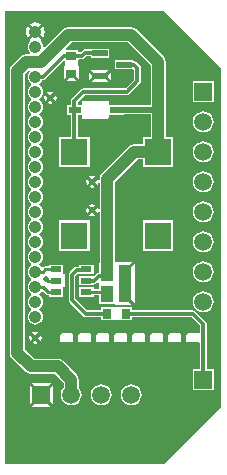
<source format=gbr>
G04*
G04 #@! TF.GenerationSoftware,Altium Limited,Altium Designer,24.9.1 (31)*
G04*
G04 Layer_Physical_Order=1*
G04 Layer_Color=255*
%FSLAX25Y25*%
%MOIN*%
G70*
G04*
G04 #@! TF.SameCoordinates,DAC1C6B3-9DD7-490D-B82B-BCBA8ACD2817*
G04*
G04*
G04 #@! TF.FilePolarity,Positive*
G04*
G01*
G75*
%ADD10C,0.01000*%
%ADD11C,0.02000*%
%ADD28R,0.04331X0.05512*%
%ADD29R,0.09100X0.09100*%
%ADD30R,0.06000X0.06000*%
%ADD31R,0.03200X0.03000*%
%ADD32R,0.03000X0.03200*%
%ADD33R,0.05200X0.02200*%
%ADD34R,0.03750X0.02200*%
%ADD35R,0.04375X0.02365*%
%ADD36C,0.04000*%
%ADD37C,0.01200*%
%ADD38C,0.04200*%
%ADD39C,0.05906*%
%ADD40R,0.05906X0.05906*%
%ADD41R,0.05900X0.05900*%
%ADD42C,0.05900*%
%ADD43C,0.02000*%
G36*
X73000Y133000D02*
X73000Y20000D01*
X54000Y1000D01*
X1000Y1000D01*
X1000Y152000D01*
X54000D01*
X73000Y133000D01*
D02*
G37*
%LPC*%
G36*
X11000Y148127D02*
X10191Y148020D01*
X9437Y147708D01*
X9189Y147518D01*
X11000Y145707D01*
X12811Y147518D01*
X12563Y147708D01*
X11809Y148020D01*
X11000Y148127D01*
D02*
G37*
G36*
X13518Y146811D02*
X11707Y145000D01*
X13518Y143189D01*
X13708Y143437D01*
X14020Y144191D01*
X14127Y145000D01*
X14020Y145809D01*
X13708Y146563D01*
X13518Y146811D01*
D02*
G37*
G36*
X8482D02*
X8292Y146563D01*
X7980Y145809D01*
X7873Y145000D01*
X7980Y144191D01*
X8292Y143437D01*
X8482Y143189D01*
X10293Y145000D01*
X8482Y146811D01*
D02*
G37*
G36*
X43000Y146549D02*
X22000D01*
X21024Y146355D01*
X20198Y145802D01*
X14086Y139691D01*
X13612Y139924D01*
X13622Y140000D01*
X13533Y140679D01*
X13271Y141311D01*
X12854Y141854D01*
X12818Y141882D01*
X12833Y142460D01*
X11000Y144293D01*
X9167Y142460D01*
X9182Y141882D01*
X9146Y141854D01*
X8729Y141311D01*
X8467Y140679D01*
X8378Y140000D01*
X8467Y139321D01*
X8729Y138689D01*
X9146Y138146D01*
X9272Y138049D01*
X9102Y137549D01*
X8000D01*
X7025Y137355D01*
X6198Y136802D01*
X3198Y133802D01*
X2645Y132975D01*
X2451Y132000D01*
Y38000D01*
X2645Y37025D01*
X3198Y36198D01*
X7698Y31698D01*
X8525Y31145D01*
X9500Y30951D01*
X17444D01*
X20451Y27944D01*
Y26345D01*
X19986Y25740D01*
X19639Y24901D01*
X19520Y24000D01*
X19639Y23099D01*
X19986Y22260D01*
X20539Y21539D01*
X21260Y20986D01*
X22099Y20639D01*
X23000Y20520D01*
X23901Y20639D01*
X24740Y20986D01*
X25461Y21539D01*
X26014Y22260D01*
X26361Y23099D01*
X26480Y24000D01*
X26361Y24901D01*
X26014Y25740D01*
X25549Y26345D01*
Y29000D01*
X25355Y29976D01*
X24802Y30802D01*
X20302Y35302D01*
X19476Y35855D01*
X18500Y36049D01*
X10556D01*
X7549Y39056D01*
Y130944D01*
X8701Y132096D01*
X9078Y131766D01*
X8729Y131311D01*
X8467Y130679D01*
X8378Y130000D01*
X8467Y129321D01*
X8729Y128689D01*
X9146Y128146D01*
X9618Y127783D01*
X9657Y127500D01*
X9618Y127217D01*
X9146Y126854D01*
X8729Y126311D01*
X8467Y125679D01*
X8378Y125000D01*
X8467Y124321D01*
X8729Y123689D01*
X9146Y123146D01*
X9618Y122783D01*
X9657Y122500D01*
X9618Y122217D01*
X9146Y121854D01*
X8729Y121311D01*
X8467Y120679D01*
X8378Y120000D01*
X8467Y119321D01*
X8729Y118689D01*
X9146Y118146D01*
X9618Y117783D01*
X9657Y117500D01*
X9618Y117217D01*
X9146Y116854D01*
X8729Y116311D01*
X8467Y115679D01*
X8378Y115000D01*
X8467Y114321D01*
X8729Y113689D01*
X9146Y113146D01*
X9618Y112783D01*
X9657Y112500D01*
X9618Y112217D01*
X9146Y111854D01*
X8729Y111311D01*
X8467Y110679D01*
X8378Y110000D01*
X8467Y109321D01*
X8729Y108689D01*
X9146Y108146D01*
X9618Y107783D01*
X9657Y107500D01*
X9618Y107217D01*
X9146Y106854D01*
X8729Y106311D01*
X8467Y105679D01*
X8378Y105000D01*
X8467Y104321D01*
X8729Y103689D01*
X9146Y103146D01*
X9618Y102783D01*
X9657Y102500D01*
X9618Y102217D01*
X9146Y101854D01*
X8729Y101311D01*
X8467Y100679D01*
X8378Y100000D01*
X8467Y99321D01*
X8729Y98689D01*
X9146Y98146D01*
X9618Y97783D01*
X9657Y97500D01*
X9618Y97217D01*
X9146Y96854D01*
X8729Y96311D01*
X8467Y95679D01*
X8378Y95000D01*
X8467Y94321D01*
X8729Y93689D01*
X9146Y93146D01*
X9618Y92783D01*
X9657Y92500D01*
X9618Y92217D01*
X9146Y91854D01*
X8729Y91311D01*
X8467Y90679D01*
X8378Y90000D01*
X8467Y89321D01*
X8729Y88689D01*
X9146Y88146D01*
X9618Y87783D01*
X9657Y87500D01*
X9618Y87217D01*
X9146Y86854D01*
X8729Y86311D01*
X8467Y85679D01*
X8378Y85000D01*
X8467Y84321D01*
X8729Y83689D01*
X9146Y83146D01*
X9618Y82783D01*
X9657Y82500D01*
X9618Y82217D01*
X9146Y81854D01*
X8729Y81311D01*
X8467Y80679D01*
X8378Y80000D01*
X8467Y79321D01*
X8729Y78689D01*
X9146Y78146D01*
X9618Y77783D01*
X9657Y77500D01*
X9618Y77217D01*
X9146Y76854D01*
X8729Y76311D01*
X8467Y75679D01*
X8378Y75000D01*
X8467Y74321D01*
X8729Y73689D01*
X9146Y73146D01*
X9618Y72783D01*
X9657Y72500D01*
X9618Y72217D01*
X9146Y71854D01*
X8729Y71311D01*
X8467Y70679D01*
X8378Y70000D01*
X8467Y69321D01*
X8729Y68689D01*
X9146Y68146D01*
X9618Y67783D01*
X9657Y67500D01*
X9618Y67217D01*
X9146Y66854D01*
X8729Y66311D01*
X8467Y65679D01*
X8378Y65000D01*
X8467Y64321D01*
X8729Y63689D01*
X9146Y63146D01*
X9618Y62783D01*
X9657Y62500D01*
X9618Y62217D01*
X9146Y61854D01*
X8729Y61311D01*
X8467Y60679D01*
X8378Y60000D01*
X8467Y59321D01*
X8729Y58689D01*
X9146Y58146D01*
X9618Y57783D01*
X9657Y57500D01*
X9618Y57217D01*
X9146Y56854D01*
X8729Y56311D01*
X8467Y55679D01*
X8378Y55000D01*
X8467Y54321D01*
X8729Y53689D01*
X9146Y53146D01*
X9618Y52783D01*
X9657Y52500D01*
X9618Y52217D01*
X9146Y51854D01*
X8729Y51311D01*
X8467Y50679D01*
X8378Y50000D01*
X8467Y49321D01*
X8729Y48689D01*
X9146Y48146D01*
X9689Y47729D01*
X10321Y47467D01*
X11000Y47378D01*
X11679Y47467D01*
X12311Y47729D01*
X12854Y48146D01*
X13271Y48689D01*
X13533Y49321D01*
X13622Y50000D01*
X13533Y50679D01*
X13271Y51311D01*
X12854Y51854D01*
X12382Y52217D01*
X12343Y52500D01*
X12382Y52783D01*
X12854Y53146D01*
X13271Y53689D01*
X13533Y54321D01*
X13622Y55000D01*
X13533Y55679D01*
X13271Y56311D01*
X12854Y56854D01*
X12382Y57217D01*
X12343Y57500D01*
X12382Y57783D01*
X12854Y58146D01*
X13007Y58344D01*
X13669Y58389D01*
X14519Y57539D01*
X14850Y57318D01*
X15240Y57240D01*
X15600D01*
Y56660D01*
X20350D01*
Y59860D01*
X20833Y59900D01*
X20850D01*
Y64100D01*
X20833D01*
X20350Y64140D01*
Y67340D01*
X15600D01*
Y66760D01*
X14240D01*
X13850Y66682D01*
X13672Y66563D01*
X13513Y66463D01*
X13007Y66656D01*
X12854Y66854D01*
X12382Y67217D01*
X12343Y67500D01*
X12382Y67783D01*
X12854Y68146D01*
X13271Y68689D01*
X13533Y69321D01*
X13622Y70000D01*
X13533Y70679D01*
X13271Y71311D01*
X12854Y71854D01*
X12382Y72217D01*
X12343Y72500D01*
X12382Y72783D01*
X12854Y73146D01*
X13271Y73689D01*
X13533Y74321D01*
X13622Y75000D01*
X13533Y75679D01*
X13271Y76311D01*
X12854Y76854D01*
X12382Y77217D01*
X12343Y77500D01*
X12382Y77783D01*
X12854Y78146D01*
X13271Y78689D01*
X13533Y79321D01*
X13622Y80000D01*
X13533Y80679D01*
X13271Y81311D01*
X12854Y81854D01*
X12382Y82217D01*
X12343Y82500D01*
X12382Y82783D01*
X12854Y83146D01*
X13271Y83689D01*
X13533Y84321D01*
X13622Y85000D01*
X13533Y85679D01*
X13271Y86311D01*
X12854Y86854D01*
X12382Y87217D01*
X12343Y87500D01*
X12382Y87783D01*
X12854Y88146D01*
X13271Y88689D01*
X13533Y89321D01*
X13622Y90000D01*
X13533Y90679D01*
X13271Y91311D01*
X12854Y91854D01*
X12382Y92217D01*
X12343Y92500D01*
X12382Y92783D01*
X12854Y93146D01*
X13271Y93689D01*
X13533Y94321D01*
X13622Y95000D01*
X13533Y95679D01*
X13271Y96311D01*
X12854Y96854D01*
X12382Y97217D01*
X12343Y97500D01*
X12382Y97783D01*
X12854Y98146D01*
X13271Y98689D01*
X13533Y99321D01*
X13622Y100000D01*
X13533Y100679D01*
X13271Y101311D01*
X12854Y101854D01*
X12382Y102217D01*
X12343Y102500D01*
X12382Y102783D01*
X12854Y103146D01*
X13271Y103689D01*
X13533Y104321D01*
X13622Y105000D01*
X13533Y105679D01*
X13271Y106311D01*
X12854Y106854D01*
X12382Y107217D01*
X12343Y107500D01*
X12382Y107783D01*
X12854Y108146D01*
X13271Y108689D01*
X13533Y109321D01*
X13622Y110000D01*
X13533Y110679D01*
X13271Y111311D01*
X12854Y111854D01*
X12382Y112217D01*
X12343Y112500D01*
X12382Y112783D01*
X12854Y113146D01*
X13271Y113689D01*
X13533Y114321D01*
X13622Y115000D01*
X13533Y115679D01*
X13271Y116311D01*
X12854Y116854D01*
X12382Y117217D01*
X12343Y117500D01*
X12382Y117783D01*
X12854Y118146D01*
X13271Y118689D01*
X13533Y119321D01*
X13622Y120000D01*
X13533Y120679D01*
X13271Y121311D01*
X12854Y121854D01*
X12382Y122217D01*
X12343Y122500D01*
X12382Y122783D01*
X12854Y123146D01*
X13271Y123689D01*
X13533Y124321D01*
X13622Y125000D01*
X13533Y125679D01*
X13271Y126311D01*
X12854Y126854D01*
X12382Y127217D01*
X12343Y127500D01*
X12382Y127783D01*
X12854Y128146D01*
X13271Y128689D01*
X13350Y128878D01*
X13500D01*
X13500Y128878D01*
X13929Y128964D01*
X14293Y129207D01*
X20438Y135352D01*
X20900Y135161D01*
Y135099D01*
X20859Y135000D01*
Y133450D01*
X20400D01*
Y129157D01*
X22546Y131304D01*
X23000Y130850D01*
X23454Y131304D01*
X25600Y129157D01*
Y133450D01*
X25141D01*
Y135000D01*
X25100Y135099D01*
Y135564D01*
X25454Y135916D01*
X26522Y135911D01*
X26952Y135994D01*
X27097Y136090D01*
X27317Y136235D01*
X27317Y136235D01*
X27989Y136901D01*
X29403Y136894D01*
Y136140D01*
X35603D01*
Y139340D01*
X29403D01*
Y139340D01*
X29200Y139138D01*
X27536Y139146D01*
X27106Y139063D01*
X26741Y138822D01*
X26741Y138822D01*
X26069Y138156D01*
X25100Y138161D01*
Y139050D01*
X21362D01*
X21155Y139550D01*
X23056Y141451D01*
X41944D01*
X49451Y133944D01*
Y120529D01*
X40479D01*
Y120683D01*
X35541D01*
Y121458D01*
X35383Y121840D01*
X35000Y121999D01*
X27000D01*
X26617Y121840D01*
X26459Y121458D01*
Y120683D01*
X25122D01*
Y121535D01*
X27465Y123878D01*
X41500D01*
X41500Y123878D01*
X41929Y123964D01*
X42293Y124207D01*
X45793Y127707D01*
X45793Y127707D01*
X46036Y128071D01*
X46122Y128500D01*
X46122Y128500D01*
Y133000D01*
X46036Y133429D01*
X45793Y133793D01*
X45793Y133793D01*
X44793Y134793D01*
X44429Y135036D01*
X44000Y135122D01*
X43597Y135408D01*
Y135600D01*
X37397D01*
Y132400D01*
X43597D01*
X43878Y132017D01*
Y128965D01*
X41035Y126122D01*
X27000D01*
X27000Y126122D01*
X26571Y126036D01*
X26207Y125793D01*
X23207Y122793D01*
X22964Y122429D01*
X22878Y122000D01*
X22878Y122000D01*
Y120683D01*
X21521D01*
Y117317D01*
X22878D01*
Y110026D01*
X18974D01*
Y99926D01*
X29074D01*
Y110026D01*
X25122D01*
Y117317D01*
X26459D01*
Y116542D01*
X26617Y116160D01*
X27000Y116001D01*
X35000D01*
X35383Y116160D01*
X35541Y116542D01*
Y117317D01*
X40479D01*
Y117471D01*
X49451D01*
Y110026D01*
X46926D01*
Y107525D01*
X43976D01*
X43001Y107331D01*
X42174Y106779D01*
X33198Y97802D01*
X32645Y96975D01*
X32451Y96000D01*
Y95493D01*
X31951Y95443D01*
X31884Y95780D01*
X31725Y96018D01*
X30707Y95000D01*
X31725Y93982D01*
X31884Y94220D01*
X31951Y94557D01*
X32451Y94507D01*
Y85992D01*
X31951Y85943D01*
X31884Y86280D01*
X31725Y86518D01*
X30707Y85500D01*
X31725Y84482D01*
X31884Y84720D01*
X31951Y85057D01*
X32451Y85008D01*
Y67756D01*
X32335D01*
Y65187D01*
X32200Y64722D01*
X31771Y64636D01*
X31407Y64393D01*
X31407Y64393D01*
X30819Y63805D01*
X30400Y63600D01*
Y63600D01*
X30400Y63600D01*
X25650D01*
Y60400D01*
X30400D01*
Y60457D01*
X30600Y60878D01*
X31029Y60964D01*
X31393Y61207D01*
X31873Y61687D01*
X32335Y61495D01*
Y61256D01*
X32335Y61244D01*
Y61000D01*
Y60756D01*
X32335Y60744D01*
Y59279D01*
X30400D01*
Y59860D01*
X25650D01*
Y56660D01*
X30400D01*
Y57240D01*
X32335D01*
Y54244D01*
X37240D01*
X37665Y54244D01*
X37740Y53775D01*
Y53775D01*
Y53744D01*
X43364D01*
X40552Y56556D01*
X41259Y57263D01*
X44071Y54451D01*
Y60744D01*
Y67549D01*
X41259Y64737D01*
X40552Y65444D01*
X43364Y68256D01*
X38049D01*
X37740Y68256D01*
X37549Y68677D01*
Y94944D01*
X45032Y102427D01*
X46926D01*
Y99926D01*
X57026D01*
Y110026D01*
X54549D01*
Y135000D01*
X54355Y135976D01*
X53802Y136802D01*
X44802Y145802D01*
X43975Y146355D01*
X43000Y146549D01*
D02*
G37*
G36*
X36103Y131653D02*
X34710Y130260D01*
X36103Y128867D01*
Y131653D01*
D02*
G37*
G36*
X28903D02*
Y128867D01*
X30296Y130260D01*
X28903Y131653D01*
D02*
G37*
G36*
X23000Y130343D02*
X21107Y128450D01*
X24893D01*
X23000Y130343D01*
D02*
G37*
G36*
X35396Y132360D02*
X29610D01*
X31357Y130613D01*
X31003Y130260D01*
X31357Y129906D01*
X29610Y128160D01*
X35396D01*
X33650Y129906D01*
X34003Y130260D01*
X33650Y130613D01*
X35396Y132360D01*
D02*
G37*
G36*
X16000Y125039D02*
X15220Y124884D01*
X14982Y124725D01*
X16000Y123707D01*
X17018Y124725D01*
X16780Y124884D01*
X16000Y125039D01*
D02*
G37*
G36*
X17725Y124018D02*
X16707Y123000D01*
X17725Y121982D01*
X17884Y122220D01*
X18039Y123000D01*
X17884Y123780D01*
X17725Y124018D01*
D02*
G37*
G36*
X14275D02*
X14116Y123780D01*
X13961Y123000D01*
X14116Y122220D01*
X14275Y121982D01*
X15293Y123000D01*
X14275Y124018D01*
D02*
G37*
G36*
X70453Y128453D02*
X63547D01*
Y121547D01*
X70453D01*
Y128453D01*
D02*
G37*
G36*
X16000Y122293D02*
X14982Y121275D01*
X15220Y121116D01*
X16000Y120961D01*
X16780Y121116D01*
X17018Y121275D01*
X16000Y122293D01*
D02*
G37*
G36*
X67000Y118482D02*
X66099Y118364D01*
X65259Y118016D01*
X64538Y117463D01*
X63984Y116741D01*
X63636Y115901D01*
X63517Y115000D01*
X63636Y114099D01*
X63984Y113259D01*
X64538Y112538D01*
X65259Y111984D01*
X66099Y111636D01*
X67000Y111518D01*
X67901Y111636D01*
X68741Y111984D01*
X69463Y112538D01*
X70016Y113259D01*
X70364Y114099D01*
X70482Y115000D01*
X70364Y115901D01*
X70016Y116741D01*
X69463Y117463D01*
X68741Y118016D01*
X67901Y118364D01*
X67000Y118482D01*
D02*
G37*
G36*
Y108483D02*
X66099Y108364D01*
X65259Y108016D01*
X64538Y107463D01*
X63984Y106741D01*
X63636Y105901D01*
X63517Y105000D01*
X63636Y104099D01*
X63984Y103259D01*
X64538Y102538D01*
X65259Y101984D01*
X66099Y101636D01*
X67000Y101517D01*
X67901Y101636D01*
X68741Y101984D01*
X69463Y102538D01*
X70016Y103259D01*
X70364Y104099D01*
X70482Y105000D01*
X70364Y105901D01*
X70016Y106741D01*
X69463Y107463D01*
X68741Y108016D01*
X67901Y108364D01*
X67000Y108483D01*
D02*
G37*
G36*
X30000Y97039D02*
X29220Y96884D01*
X28982Y96725D01*
X30000Y95707D01*
X31018Y96725D01*
X30780Y96884D01*
X30000Y97039D01*
D02*
G37*
G36*
X28275Y96018D02*
X28116Y95780D01*
X27961Y95000D01*
X28116Y94220D01*
X28275Y93982D01*
X29293Y95000D01*
X28275Y96018D01*
D02*
G37*
G36*
X30000Y94293D02*
X28982Y93275D01*
X29220Y93116D01*
X30000Y92961D01*
X30780Y93116D01*
X31018Y93275D01*
X30000Y94293D01*
D02*
G37*
G36*
X67000Y98483D02*
X66099Y98364D01*
X65259Y98016D01*
X64538Y97462D01*
X63984Y96741D01*
X63636Y95901D01*
X63517Y95000D01*
X63636Y94099D01*
X63984Y93259D01*
X64538Y92537D01*
X65259Y91984D01*
X66099Y91636D01*
X67000Y91518D01*
X67901Y91636D01*
X68741Y91984D01*
X69463Y92537D01*
X70016Y93259D01*
X70364Y94099D01*
X70482Y95000D01*
X70364Y95901D01*
X70016Y96741D01*
X69463Y97462D01*
X68741Y98016D01*
X67901Y98364D01*
X67000Y98483D01*
D02*
G37*
G36*
X30000Y87539D02*
X29220Y87384D01*
X28982Y87225D01*
X30000Y86207D01*
X31018Y87225D01*
X30780Y87384D01*
X30000Y87539D01*
D02*
G37*
G36*
X28275Y86518D02*
X28116Y86280D01*
X27961Y85500D01*
X28116Y84720D01*
X28275Y84482D01*
X29293Y85500D01*
X28275Y86518D01*
D02*
G37*
G36*
X30000Y84793D02*
X28982Y83775D01*
X29220Y83616D01*
X30000Y83461D01*
X30780Y83616D01*
X31018Y83775D01*
X30000Y84793D01*
D02*
G37*
G36*
X67000Y88482D02*
X66099Y88364D01*
X65259Y88016D01*
X64538Y87463D01*
X63984Y86741D01*
X63636Y85901D01*
X63517Y85000D01*
X63636Y84099D01*
X63984Y83259D01*
X64538Y82538D01*
X65259Y81984D01*
X66099Y81636D01*
X67000Y81517D01*
X67901Y81636D01*
X68741Y81984D01*
X69463Y82538D01*
X70016Y83259D01*
X70364Y84099D01*
X70482Y85000D01*
X70364Y85901D01*
X70016Y86741D01*
X69463Y87463D01*
X68741Y88016D01*
X67901Y88364D01*
X67000Y88482D01*
D02*
G37*
G36*
X57026Y82074D02*
X46926D01*
Y71974D01*
X57026D01*
Y82074D01*
D02*
G37*
G36*
X29074D02*
X18974D01*
Y71974D01*
X29074D01*
Y82074D01*
D02*
G37*
G36*
X67000Y78483D02*
X66099Y78364D01*
X65259Y78016D01*
X64538Y77463D01*
X63984Y76741D01*
X63636Y75901D01*
X63517Y75000D01*
X63636Y74099D01*
X63984Y73259D01*
X64538Y72537D01*
X65259Y71984D01*
X66099Y71636D01*
X67000Y71517D01*
X67901Y71636D01*
X68741Y71984D01*
X69463Y72537D01*
X70016Y73259D01*
X70364Y74099D01*
X70482Y75000D01*
X70364Y75901D01*
X70016Y76741D01*
X69463Y77463D01*
X68741Y78016D01*
X67901Y78364D01*
X67000Y78483D01*
D02*
G37*
G36*
X30400Y67340D02*
X25650D01*
Y66722D01*
X24800D01*
X24800Y66722D01*
X24371Y66636D01*
X24007Y66393D01*
X24007Y66393D01*
X22407Y64793D01*
X22164Y64429D01*
X22078Y64000D01*
X22079Y64000D01*
Y55500D01*
X22078Y55500D01*
X22164Y55071D01*
X22407Y54707D01*
X26907Y50207D01*
X26907Y50207D01*
X27271Y49964D01*
X27700Y49878D01*
X27700Y49878D01*
X32950D01*
Y48900D01*
X36900D01*
X37000Y48859D01*
X39000D01*
X39099Y48900D01*
X43050D01*
Y49878D01*
X63035D01*
X65878Y47035D01*
Y44640D01*
X65378Y44426D01*
X65100Y44541D01*
X61900D01*
X61517Y44383D01*
X61359Y44000D01*
Y42000D01*
X61517Y41617D01*
X61900Y41459D01*
X65100D01*
X65378Y41574D01*
X65878Y41360D01*
Y32500D01*
X63500D01*
Y25500D01*
X70500D01*
Y32500D01*
X68122D01*
Y47500D01*
X68122Y47500D01*
X68036Y47929D01*
X67793Y48293D01*
X67793Y48293D01*
X64293Y51793D01*
X63929Y52036D01*
X63500Y52122D01*
X63500Y52122D01*
X43050D01*
Y53100D01*
X39099D01*
X39000Y53141D01*
X37000D01*
X36900Y53100D01*
X32950D01*
Y52122D01*
X28165D01*
X24321Y55965D01*
Y63535D01*
X25150Y64364D01*
X25650Y64202D01*
Y64140D01*
X30400D01*
Y67340D01*
D02*
G37*
G36*
X67000Y68483D02*
X66099Y68364D01*
X65259Y68016D01*
X64538Y67462D01*
X63984Y66741D01*
X63636Y65901D01*
X63517Y65000D01*
X63636Y64099D01*
X63984Y63259D01*
X64538Y62537D01*
X65259Y61984D01*
X66099Y61636D01*
X67000Y61518D01*
X67901Y61636D01*
X68741Y61984D01*
X69463Y62537D01*
X70016Y63259D01*
X70364Y64099D01*
X70482Y65000D01*
X70364Y65901D01*
X70016Y66741D01*
X69463Y67462D01*
X68741Y68016D01*
X67901Y68364D01*
X67000Y68483D01*
D02*
G37*
G36*
Y58482D02*
X66099Y58364D01*
X65259Y58016D01*
X64538Y57463D01*
X63984Y56741D01*
X63636Y55901D01*
X63517Y55000D01*
X63636Y54099D01*
X63984Y53259D01*
X64538Y52538D01*
X65259Y51984D01*
X66099Y51636D01*
X67000Y51517D01*
X67901Y51636D01*
X68741Y51984D01*
X69463Y52538D01*
X70016Y53259D01*
X70364Y54099D01*
X70482Y55000D01*
X70364Y55901D01*
X70016Y56741D01*
X69463Y57463D01*
X68741Y58016D01*
X67901Y58364D01*
X67000Y58482D01*
D02*
G37*
G36*
X11000Y45039D02*
X10220Y44884D01*
X9982Y44725D01*
X11000Y43707D01*
X12018Y44725D01*
X11780Y44884D01*
X11000Y45039D01*
D02*
G37*
G36*
X12725Y44018D02*
X11707Y43000D01*
X12725Y41982D01*
X12884Y42220D01*
X13039Y43000D01*
X12884Y43780D01*
X12725Y44018D01*
D02*
G37*
G36*
X9275D02*
X9116Y43780D01*
X8961Y43000D01*
X9116Y42220D01*
X9275Y41982D01*
X10293Y43000D01*
X9275Y44018D01*
D02*
G37*
G36*
X59100Y44541D02*
X55900D01*
X55517Y44383D01*
X55359Y44000D01*
Y42000D01*
X55517Y41617D01*
X55900Y41459D01*
X59100D01*
X59483Y41617D01*
X59641Y42000D01*
Y44000D01*
X59483Y44383D01*
X59100Y44541D01*
D02*
G37*
G36*
X53100D02*
X49900D01*
X49517Y44383D01*
X49359Y44000D01*
Y42000D01*
X49517Y41617D01*
X49900Y41459D01*
X53100D01*
X53483Y41617D01*
X53641Y42000D01*
Y44000D01*
X53483Y44383D01*
X53100Y44541D01*
D02*
G37*
G36*
X47100D02*
X43900D01*
X43517Y44383D01*
X43359Y44000D01*
Y42000D01*
X43517Y41617D01*
X43900Y41459D01*
X47100D01*
X47483Y41617D01*
X47641Y42000D01*
Y44000D01*
X47483Y44383D01*
X47100Y44541D01*
D02*
G37*
G36*
X41100D02*
X37900D01*
X37517Y44383D01*
X37359Y44000D01*
Y42000D01*
X37517Y41617D01*
X37900Y41459D01*
X41100D01*
X41483Y41617D01*
X41641Y42000D01*
Y44000D01*
X41483Y44383D01*
X41100Y44541D01*
D02*
G37*
G36*
X35100D02*
X31900D01*
X31517Y44383D01*
X31359Y44000D01*
Y42000D01*
X31517Y41617D01*
X31900Y41459D01*
X35100D01*
X35483Y41617D01*
X35641Y42000D01*
Y44000D01*
X35483Y44383D01*
X35100Y44541D01*
D02*
G37*
G36*
X29100D02*
X25900D01*
X25517Y44383D01*
X25359Y44000D01*
Y42000D01*
X25517Y41617D01*
X25900Y41459D01*
X29100D01*
X29483Y41617D01*
X29641Y42000D01*
Y44000D01*
X29483Y44383D01*
X29100Y44541D01*
D02*
G37*
G36*
X23100D02*
X19900D01*
X19517Y44383D01*
X19359Y44000D01*
Y42000D01*
X19517Y41617D01*
X19900Y41459D01*
X23100D01*
X23483Y41617D01*
X23641Y42000D01*
Y44000D01*
X23483Y44383D01*
X23100Y44541D01*
D02*
G37*
G36*
X11000Y42293D02*
X9982Y41275D01*
X10220Y41116D01*
X11000Y40961D01*
X11780Y41116D01*
X12018Y41275D01*
X11000Y42293D01*
D02*
G37*
G36*
X16243Y27950D02*
X9757D01*
X13000Y24707D01*
X16243Y27950D01*
D02*
G37*
G36*
X16950Y27243D02*
X13707Y24000D01*
X16950Y20757D01*
Y27243D01*
D02*
G37*
G36*
X9050D02*
Y20757D01*
X12293Y24000D01*
X9050Y27243D01*
D02*
G37*
G36*
X43000Y27480D02*
X42099Y27361D01*
X41260Y27014D01*
X40539Y26461D01*
X39986Y25740D01*
X39639Y24901D01*
X39520Y24000D01*
X39639Y23099D01*
X39986Y22260D01*
X40539Y21539D01*
X41260Y20986D01*
X42099Y20639D01*
X43000Y20520D01*
X43901Y20639D01*
X44740Y20986D01*
X45461Y21539D01*
X46014Y22260D01*
X46361Y23099D01*
X46480Y24000D01*
X46361Y24901D01*
X46014Y25740D01*
X45461Y26461D01*
X44740Y27014D01*
X43901Y27361D01*
X43000Y27480D01*
D02*
G37*
G36*
X33000D02*
X32099Y27361D01*
X31260Y27014D01*
X30539Y26461D01*
X29986Y25740D01*
X29639Y24901D01*
X29520Y24000D01*
X29639Y23099D01*
X29986Y22260D01*
X30539Y21539D01*
X31260Y20986D01*
X32099Y20639D01*
X33000Y20520D01*
X33901Y20639D01*
X34740Y20986D01*
X35461Y21539D01*
X36014Y22260D01*
X36361Y23099D01*
X36480Y24000D01*
X36361Y24901D01*
X36014Y25740D01*
X35461Y26461D01*
X34740Y27014D01*
X33901Y27361D01*
X33000Y27480D01*
D02*
G37*
G36*
X13000Y23293D02*
X9757Y20050D01*
X16243D01*
X13000Y23293D01*
D02*
G37*
%LPD*%
D10*
X14240Y65740D02*
X18475D01*
X13500Y65000D02*
X14240Y65740D01*
X11000Y65000D02*
X13500D01*
X15240Y58260D02*
X18475D01*
X13500Y60000D02*
X15240Y58260D01*
X11000Y60000D02*
X13500D01*
X28525Y58260D02*
X34287D01*
X34240Y58260D02*
X35000Y57500D01*
X15000Y62000D02*
X17975D01*
D11*
X37791Y119000D02*
X52000D01*
D28*
X35000Y64500D02*
D03*
X40905D02*
D03*
X35000Y57500D02*
D03*
X40905D02*
D03*
D29*
X24024Y77024D02*
D03*
X51976D02*
D03*
X24024Y104976D02*
D03*
X51976D02*
D03*
D30*
X67000Y29000D02*
D03*
D31*
X23000Y130950D02*
D03*
Y137050D02*
D03*
D32*
X41050Y51000D02*
D03*
X34950D02*
D03*
D33*
X40497Y134000D02*
D03*
X32503Y130260D02*
D03*
Y137740D02*
D03*
D34*
X28025Y65740D02*
D03*
Y62000D02*
D03*
Y58260D02*
D03*
X17975D02*
D03*
Y62000D02*
D03*
Y65740D02*
D03*
D35*
X24209Y119000D02*
D03*
X37791D02*
D03*
D36*
X43976Y104976D02*
X51976D01*
X35000Y96000D02*
X43976Y104976D01*
X35000Y65547D02*
Y96000D01*
X52000Y104976D02*
Y135000D01*
X43000Y144000D02*
X52000Y135000D01*
X40905Y57500D02*
Y64500D01*
X23000Y24000D02*
Y29000D01*
X9500Y33500D02*
X18500D01*
X23000Y29000D01*
X5000Y38000D02*
X9500Y33500D01*
X5000Y38000D02*
Y132000D01*
X11000Y135000D02*
X13000D01*
X22000Y144000D01*
X43000D01*
X5000Y132000D02*
X8000Y135000D01*
X11000D01*
D37*
X45000Y128500D02*
Y133000D01*
X41500Y125000D02*
X45000Y128500D01*
X27000Y125000D02*
X41500D01*
X20550Y137050D02*
X23000D01*
X13500Y130000D02*
X20550Y137050D01*
X11500Y130000D02*
X13500D01*
X63500Y51000D02*
X67000Y47500D01*
X41050Y51000D02*
X63500D01*
X23200Y55500D02*
X27700Y51000D01*
X34950D01*
X34100Y63600D02*
X35000Y64500D01*
X32200Y63600D02*
X34100D01*
X30600Y62000D02*
X32200Y63600D01*
X28525Y62000D02*
X30600D01*
X23200Y55500D02*
Y64000D01*
X24800Y65600D02*
X28385D01*
X23200Y64000D02*
X24800Y65600D01*
X44000Y134000D02*
X45000Y133000D01*
X40497Y134000D02*
X44000D01*
X27530Y138025D02*
X32500Y138000D01*
X26528Y137032D02*
X27530Y138025D01*
X23000Y137050D02*
X26528Y137032D01*
X28385Y65600D02*
X28525Y65740D01*
X24000Y105000D02*
Y122000D01*
X27000Y125000D01*
X67000Y29000D02*
Y47500D01*
D38*
X11000Y50000D02*
D03*
Y55000D02*
D03*
Y60000D02*
D03*
Y65000D02*
D03*
Y70000D02*
D03*
Y75000D02*
D03*
Y80000D02*
D03*
Y85000D02*
D03*
Y90000D02*
D03*
Y95000D02*
D03*
Y100000D02*
D03*
Y105000D02*
D03*
Y110000D02*
D03*
Y115000D02*
D03*
Y120000D02*
D03*
Y125000D02*
D03*
Y130000D02*
D03*
Y135000D02*
D03*
Y140000D02*
D03*
Y145000D02*
D03*
D39*
X67000Y55000D02*
D03*
Y65000D02*
D03*
Y75000D02*
D03*
Y85000D02*
D03*
Y95000D02*
D03*
Y105000D02*
D03*
Y115000D02*
D03*
D40*
Y125000D02*
D03*
D41*
X13000Y24000D02*
D03*
D42*
X23000D02*
D03*
X33000D02*
D03*
X43000D02*
D03*
D43*
X30000Y85500D02*
D03*
Y95000D02*
D03*
X11000Y43000D02*
D03*
X16000Y123000D02*
D03*
X14500Y62500D02*
D03*
M02*

</source>
